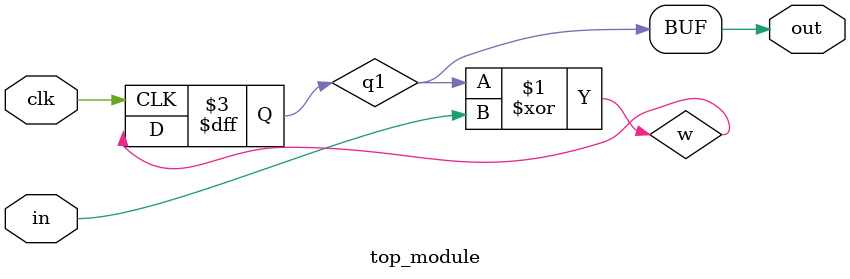
<source format=v>
module top_module (
    input clk,
    input in, 
    output out);
reg q1;
wire w;
assign w=q1^in;   
    always@(posedge clk)
        q1<=w;
assign out=q1;
endmodule

</source>
